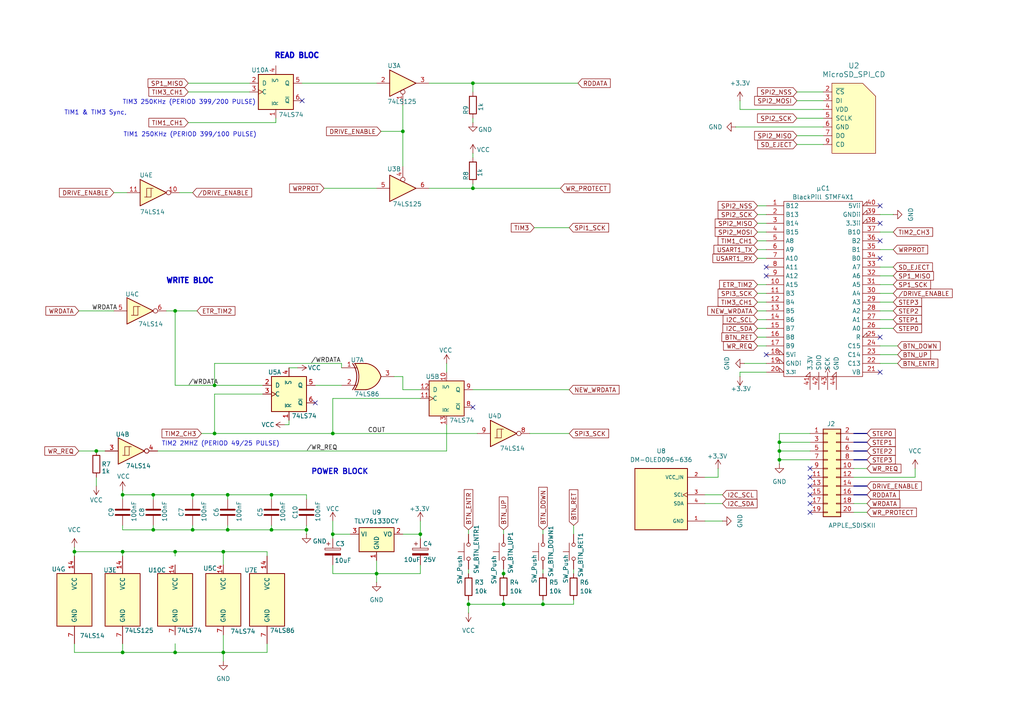
<source format=kicad_sch>
(kicad_sch (version 20231120) (generator "eeschema") (generator_version "8.0")
  (paper "A4")
  (title_block (title "APPLE II DISK EM STM32F411") (rev "19"))
  (lib_symbols
    (symbol "74xx:74LS125" (pin_names (offset 1.016))
      (property "Reference" "U" (at 0 1.27 0))
      (property "Value" "74LS125" (at 0 -1.27 0))
      (symbol "74LS125_1_0"
        (pin input inverted (at 0 -6.35 90) (length 4.445) (name "~") (number "1"))
        (pin input line (at -7.62 0 0) (length 3.81) (name "~") (number "2"))
        (pin tri_state line (at 7.62 0 180) (length 3.81) (name "~") (number "3"))
      )
      (symbol "74LS125_2_0"
        (pin input inverted (at 0 -6.35 90) (length 4.445) (name "~") (number "4"))
        (pin input line (at -7.62 0 0) (length 3.81) (name "~") (number "5"))
        (pin tri_state line (at 7.62 0 180) (length 3.81) (name "~") (number "6"))
      )
      (symbol "74LS125_3_0"
        (pin input inverted (at 0 -6.35 90) (length 4.445) (name "~") (number "10"))
        (pin tri_state line (at 7.62 0 180) (length 3.81) (name "~") (number "8"))
        (pin input line (at -7.62 0 0) (length 3.81) (name "~") (number "9"))
      )
      (symbol "74LS125_4_0"
        (pin tri_state line (at 7.62 0 180) (length 3.81) (name "~") (number "11"))
        (pin input line (at -7.62 0 0) (length 3.81) (name "~") (number "12"))
        (pin input inverted (at 0 -6.35 90) (length 4.445) (name "~") (number "13"))
      )
      (symbol "74LS125_5_0"
        (pin power_in line (at 0 12.7 270) (length 5.08) (name "VCC") (number "14"))
        (pin power_in line (at 0 -12.7 90) (length 5.08) (name "GND") (number "7"))
      )
    )
    (symbol "74xx:74LS14" (pin_names (offset 1.016))
      (property "Reference" "U" (at 0 1.27 0))
      (property "Value" "74LS14" (at 0 -1.27 0))
      (symbol "74LS14_1_0"
        (pin input line (at -7.62 0 0) (length 3.81) (name "~") (number "1"))
        (pin output inverted (at 7.62 0 180) (length 3.81) (name "~") (number "2"))
      )
      (symbol "74LS14_2_0"
        (pin input line (at -7.62 0 0) (length 3.81) (name "~") (number "3"))
        (pin output inverted (at 7.62 0 180) (length 3.81) (name "~") (number "4"))
      )
      (symbol "74LS14_3_0"
        (pin input line (at -7.62 0 0) (length 3.81) (name "~") (number "5"))
        (pin output inverted (at 7.62 0 180) (length 3.81) (name "~") (number "6"))
      )
      (symbol "74LS14_4_0"
        (pin output inverted (at 7.62 0 180) (length 3.81) (name "~") (number "8"))
        (pin input line (at -7.62 0 0) (length 3.81) (name "~") (number "9"))
      )
      (symbol "74LS14_5_0"
        (pin output inverted (at 7.62 0 180) (length 3.81) (name "~") (number "10"))
        (pin input line (at -7.62 0 0) (length 3.81) (name "~") (number "11"))
      )
      (symbol "74LS14_6_0"
        (pin output inverted (at 7.62 0 180) (length 3.81) (name "~") (number "12"))
        (pin input line (at -7.62 0 0) (length 3.81) (name "~") (number "13"))
      )
      (symbol "74LS14_7_0"
        (pin power_in line (at 0 12.7 270) (length 5.08) (name "VCC") (number "14"))
        (pin power_in line (at 0 -12.7 90) (length 5.08) (name "GND") (number "7"))
      )
    )
    (symbol "74xx:74LS74" (pin_names (offset 1.016))
      (property "Reference" "U" (at -7.62 8.89 0))
      (property "Value" "74LS74" (at -7.62 -8.89 0))
      (symbol "74LS74_1_0"
        (pin input line (at 0 -7.62 90) (length 2.54) (name "~{R}") (number "1"))
        (pin input line (at -7.62 2.54 0) (length 2.54) (name "D") (number "2"))
        (pin input clock (at -7.62 0 0) (length 2.54) (name "C") (number "3"))
        (pin input line (at 0 7.62 270) (length 2.54) (name "~{S}") (number "4"))
        (pin output line (at 7.62 2.54 180) (length 2.54) (name "Q") (number "5"))
        (pin output line (at 7.62 -2.54 180) (length 2.54) (name "~{Q}") (number "6"))
      )
      (symbol "74LS74_2_0"
        (pin input line (at 0 7.62 270) (length 2.54) (name "~{S}") (number "10"))
        (pin input clock (at -7.62 0 0) (length 2.54) (name "C") (number "11"))
        (pin input line (at -7.62 2.54 0) (length 2.54) (name "D") (number "12"))
        (pin input line (at 0 -7.62 90) (length 2.54) (name "~{R}") (number "13"))
        (pin output line (at 7.62 -2.54 180) (length 2.54) (name "~{Q}") (number "8"))
        (pin output line (at 7.62 2.54 180) (length 2.54) (name "Q") (number "9"))
      )
      (symbol "74LS74_3_0"
        (pin power_in line (at 0 10.16 270) (length 2.54) (name "VCC") (number "14"))
        (pin power_in line (at 0 -10.16 90) (length 2.54) (name "GND") (number "7"))
      )
    )
    (symbol "74xx:74LS86" (pin_names (offset 1.016))
      (property "Reference" "U" (at 0 1.27 0))
      (property "Value" "74LS86" (at 0 -1.27 0))
      (symbol "74LS86_1_0"
        (pin input line (at -7.62 2.54 0) (length 4.445) (name "~") (number "1"))
        (pin input line (at -7.62 -2.54 0) (length 4.445) (name "~") (number "2"))
        (pin output line (at 7.62 0 180) (length 3.81) (name "~") (number "3"))
      )
      (symbol "74LS86_2_0"
        (pin input line (at -7.62 2.54 0) (length 4.445) (name "~") (number "4"))
        (pin input line (at -7.62 -2.54 0) (length 4.445) (name "~") (number "5"))
        (pin output line (at 7.62 0 180) (length 3.81) (name "~") (number "6"))
      )
      (symbol "74LS86_3_0"
        (pin input line (at -7.62 -2.54 0) (length 4.445) (name "~") (number "10"))
        (pin output line (at 7.62 0 180) (length 3.81) (name "~") (number "8"))
        (pin input line (at -7.62 2.54 0) (length 4.445) (name "~") (number "9"))
      )
      (symbol "74LS86_4_0"
        (pin output line (at 7.62 0 180) (length 3.81) (name "~") (number "11"))
        (pin input line (at -7.62 2.54 0) (length 4.445) (name "~") (number "12"))
        (pin input line (at -7.62 -2.54 0) (length 4.445) (name "~") (number "13"))
      )
      (symbol "74LS86_5_0"
        (pin power_in line (at 0 12.7 270) (length 5.08) (name "VCC") (number "14"))
        (pin power_in line (at 0 -12.7 90) (length 5.08) (name "GND") (number "7"))
      )
    )
    (symbol "Connector_Generic:Conn_02x10_Odd_Even" (pin_names (offset 1.016) hide)
      (property "Reference" "J" (at 1.27 12.7 0))
      (property "Value" "Conn_02x10_Odd_Even" (at 1.27 -15.24 0))
      (symbol "Conn_02x10_Odd_Even_1_1"
        (pin passive line (at -5.08 10.16 0) (length 3.81) (name "Pin_1") (number "1"))
        (pin passive line (at 7.62 0 180) (length 3.81) (name "Pin_10") (number "10"))
        (pin passive line (at -5.08 -2.54 0) (length 3.81) (name "Pin_11") (number "11"))
        (pin passive line (at 7.62 -2.54 180) (length 3.81) (name "Pin_12") (number "12"))
        (pin passive line (at -5.08 -5.08 0) (length 3.81) (name "Pin_13") (number "13"))
        (pin passive line (at 7.62 -5.08 180) (length 3.81) (name "Pin_14") (number "14"))
        (pin passive line (at -5.08 -7.62 0) (length 3.81) (name "Pin_15") (number "15"))
        (pin passive line (at 7.62 -7.62 180) (length 3.81) (name "Pin_16") (number "16"))
        (pin passive line (at -5.08 -10.16 0) (length 3.81) (name "Pin_17") (number "17"))
        (pin passive line (at 7.62 -10.16 180) (length 3.81) (name "Pin_18") (number "18"))
        (pin passive line (at -5.08 -12.7 0) (length 3.81) (name "Pin_19") (number "19"))
        (pin passive line (at 7.62 10.16 180) (length 3.81) (name "Pin_2") (number "2"))
        (pin passive line (at 7.62 -12.7 180) (length 3.81) (name "Pin_20") (number "20"))
        (pin passive line (at -5.08 7.62 0) (length 3.81) (name "Pin_3") (number "3"))
        (pin passive line (at 7.62 7.62 180) (length 3.81) (name "Pin_4") (number "4"))
        (pin passive line (at -5.08 5.08 0) (length 3.81) (name "Pin_5") (number "5"))
        (pin passive line (at 7.62 5.08 180) (length 3.81) (name "Pin_6") (number "6"))
        (pin passive line (at -5.08 2.54 0) (length 3.81) (name "Pin_7") (number "7"))
        (pin passive line (at 7.62 2.54 180) (length 3.81) (name "Pin_8") (number "8"))
        (pin passive line (at -5.08 0 0) (length 3.81) (name "Pin_9") (number "9"))
      )
    )
    (symbol "DM-OLED096-636:DM-OLED096-636" (pin_names (offset 1.016))
      (property "Reference" "U" (at -7.62 10.922 0))
      (property "Value" "DM-OLED096-636" (at -7.62 -10.16 0))
      (symbol "DM-OLED096-636_0_0"
        (pin power_in line (at 12.7 -5.08 180) (length 5.08) (name "GND") (number "1"))
        (pin power_in line (at 12.7 7.62 180) (length 5.08) (name "VCC_IN") (number "2"))
        (pin input clock (at 12.7 2.54 180) (length 5.08) (name "SCL") (number "3"))
        (pin bidirectional line (at 12.7 0 180) (length 5.08) (name "SDA") (number "4"))
      )
    )
    (symbol "Device:C" (pin_numbers hide) (pin_names (offset 0.254))
      (property "Reference" "C" (at 0.635 2.54 0))
      (property "Value" "C" (at 0.635 -2.54 0))
      (symbol "C_1_1"
        (pin passive line (at 0 3.81 270) (length 2.794) (name "~") (number "1"))
        (pin passive line (at 0 -3.81 90) (length 2.794) (name "~") (number "2"))
      )
    )
    (symbol "Device:C_Polarized" (pin_numbers hide) (pin_names (offset 0.254))
      (property "Reference" "C" (at 0.635 2.54 0))
      (property "Value" "C_Polarized" (at 0.635 -2.54 0))
      (symbol "C_Polarized_1_1"
        (pin passive line (at 0 3.81 270) (length 2.794) (name "~") (number "1"))
        (pin passive line (at 0 -3.81 90) (length 2.794) (name "~") (number "2"))
      )
    )
    (symbol "Device:R" (pin_numbers hide) (pin_names (offset 0))
      (property "Reference" "R" (at 2.032 0 90))
      (property "Value" "R" (at 0 0 90))
      (symbol "R_1_1"
        (pin passive line (at 0 3.81 270) (length 1.27) (name "~") (number "1"))
        (pin passive line (at 0 -3.81 90) (length 1.27) (name "~") (number "2"))
      )
    )
    (symbol "Regulator_Linear:TLV76133DCY"
      (property "Reference" "U" (at -7.62 6.35 0))
      (property "Value" "TLV76133DCY" (at -1.27 6.35 0))
      (symbol "TLV76133DCY_1_1"
        (pin power_in line (at 0 -7.62 90) (length 2.54) (name "GND") (number "1"))
        (pin power_out line (at 7.62 0 180) (length 2.54) (name "VO") (number "2"))
        (pin power_in line (at -7.62 0 0) (length 2.54) (name "VI") (number "3"))
      )
    )
    (symbol "Switch:SW_Push" (pin_numbers hide) (pin_names (offset 1.016) hide)
      (property "Reference" "SW" (at 1.27 2.54 0))
      (property "Value" "SW_Push" (at 0 -1.524 0))
      (symbol "SW_Push_0_1"
        (pin passive line (at -5.08 0 0) (length 2.54) (name "1") (number "1"))
        (pin passive line (at 5.08 0 180) (length 2.54) (name "2") (number "2"))
      )
    )
    (symbol "microsd_spi_cd:MicroSD_SPI_CD" (pin_names (offset 1.016))
      (property "Reference" "U" (at 0 11.43 0))
      (property "Value" "MicroSD_SPI_CD" (at -1.27 0 90))
      (symbol "MicroSD_SPI_CD_1_1"
        (pin input line (at 8.89 7.62 180) (length 2.54) (name "~{CS}") (number "2"))
        (pin input line (at 8.89 5.08 180) (length 2.54) (name "DI") (number "3"))
        (pin input line (at 8.89 2.54 180) (length 2.54) (name "VDD") (number "4"))
        (pin input line (at 8.89 0 180) (length 2.54) (name "SCLK") (number "5"))
        (pin input line (at 8.89 -2.54 180) (length 2.54) (name "GND") (number "6"))
        (pin input line (at 8.89 -5.08 180) (length 2.54) (name "DO") (number "7"))
        (pin input line (at 8.89 -7.62 180) (length 2.54) (name "CD") (number "9"))
      )
    )
    (symbol "muControllers_other:BlackPill"
      (property "Reference" "μC1" (at 0 29.21 0))
      (property "Value" "BlackPill STMF4X1" (at 0 26.67 0))
      (symbol "BlackPill_1_1"
        (pin bidirectional line (at -16.51 24.13 0) (length 5.08) (name "B12") (number "1"))
        (pin bidirectional line (at -16.51 1.27 0) (length 5.08) (name "A15") (number "10"))
        (pin bidirectional line (at -16.51 -1.27 0) (length 5.08) (name "B3") (number "11"))
        (pin bidirectional line (at -16.51 -3.81 0) (length 5.08) (name "B4") (number "12"))
        (pin bidirectional line (at -16.51 -6.35 0) (length 5.08) (name "B5") (number "13"))
        (pin bidirectional line (at -16.51 -8.89 0) (length 5.08) (name "B6") (number "14"))
        (pin bidirectional line (at -16.51 -11.43 0) (length 5.08) (name "B7") (number "15"))
        (pin bidirectional line (at -16.51 -13.97 0) (length 5.08) (name "B8") (number "16"))
        (pin bidirectional line (at -16.51 -16.51 0) (length 5.08) (name "B9") (number "17"))
        (pin power_in input_low (at -16.51 -19.05 0) (length 5.08) (name "5Vi") (number "18"))
        (pin power_in input_low (at -16.51 -21.59 0) (length 5.08) (name "GNDi") (number "19"))
        (pin bidirectional line (at -16.51 21.59 0) (length 5.08) (name "B13") (number "2"))
        (pin power_in input_low (at -16.51 -24.13 0) (length 5.08) (name "3.3i") (number "20"))
        (pin bidirectional line (at 16.51 -24.13 180) (length 5.08) (name "VB") (number "21"))
        (pin bidirectional line (at 16.51 -21.59 180) (length 5.08) (name "C13") (number "22"))
        (pin bidirectional line (at 16.51 -19.05 180) (length 5.08) (name "C14") (number "23"))
        (pin bidirectional line (at 16.51 -16.51 180) (length 5.08) (name "C15") (number "24"))
        (pin input input_low (at 16.51 -13.97 180) (length 5.08) (name "R") (number "25"))
        (pin bidirectional line (at 16.51 -11.43 180) (length 5.08) (name "A0") (number "26"))
        (pin bidirectional line (at 16.51 -8.89 180) (length 5.08) (name "A1") (number "27"))
        (pin bidirectional line (at 16.51 -6.35 180) (length 5.08) (name "A2") (number "28"))
        (pin bidirectional line (at 16.51 -3.81 180) (length 5.08) (name "A3") (number "29"))
        (pin bidirectional line (at -16.51 19.05 0) (length 5.08) (name "B14") (number "3"))
        (pin bidirectional line (at 16.51 -1.27 180) (length 5.08) (name "A4") (number "30"))
        (pin bidirectional line (at 16.51 1.27 180) (length 5.08) (name "A5") (number "31"))
        (pin bidirectional line (at 16.51 3.81 180) (length 5.08) (name "A6") (number "32"))
        (pin bidirectional line (at 16.51 6.35 180) (length 5.08) (name "A7") (number "33"))
        (pin bidirectional line (at 16.51 8.89 180) (length 5.08) (name "B0") (number "34"))
        (pin bidirectional line (at 16.51 11.43 180) (length 5.08) (name "B1") (number "35"))
        (pin bidirectional line (at 16.51 13.97 180) (length 5.08) (name "B2") (number "36"))
        (pin bidirectional line (at 16.51 16.51 180) (length 5.08) (name "B10") (number "37"))
        (pin power_in input_low (at 16.51 19.05 180) (length 5.08) (name "3.3ii") (number "38"))
        (pin power_in input_low (at 16.51 21.59 180) (length 5.08) (name "GNDii") (number "39"))
        (pin bidirectional line (at -16.51 16.51 0) (length 5.08) (name "B15") (number "4"))
        (pin power_in input_low (at 16.51 24.13 180) (length 5.08) (name "5Vii") (number "40"))
        (pin power_in input_low (at -3.81 -29.21 90) (length 5.08) (name "3.3V") (number "41"))
        (pin bidirectional line (at -1.27 -29.21 90) (length 5.08) (name "SDIO") (number "42"))
        (pin bidirectional clock (at 1.27 -29.21 90) (length 5.08) (name "SCK") (number "43"))
        (pin power_in input_low (at 3.81 -29.21 90) (length 5.08) (name "GND") (number "44"))
        (pin bidirectional line (at -16.51 13.97 0) (length 5.08) (name "A8") (number "5"))
        (pin bidirectional line (at -16.51 11.43 0) (length 5.08) (name "A9") (number "6"))
        (pin bidirectional line (at -16.51 8.89 0) (length 5.08) (name "A10") (number "7"))
        (pin bidirectional line (at -16.51 6.35 0) (length 5.08) (name "A11") (number "8"))
        (pin bidirectional line (at -16.51 3.81 0) (length 5.08) (name "A12") (number "9"))
      )
    )
    (symbol "power:+3.3V" (power) (pin_numbers hide) (pin_names (offset 0) hide)
      (property "Value" "+3.3V" (at 0 3.556 0))
      (symbol "+3.3V_1_1"
        (pin power_in line (at 0 0 90) (length 0) (name "~") (number "1"))
      )
    )
    (symbol "power:GND" (power) (pin_numbers hide) (pin_names (offset 0) hide)
      (property "Value" "GND" (at 0 -3.81 0))
      (symbol "GND_1_1"
        (pin power_in line (at 0 0 270) (length 0) (name "~") (number "1"))
      )
    )
    (symbol "power:VCC" (power) (pin_numbers hide) (pin_names (offset 0) hide)
      (property "Value" "VCC" (at 0 3.556 0))
      (symbol "VCC_1_1"
        (pin power_in line (at 0 0 90) (length 0) (name "~") (number "1"))
      )
    )
  )
  (junction (at 66.04 143.51))
  (junction (at 44.45 153.67))
  (junction (at 109.22 166.37))
  (junction (at 62.23 125.73))
  (junction (at 96.52 125.73))
  (junction (at 35.56 160.02))
  (junction (at 55.88 153.67))
  (junction (at 62.23 111.76))
  (junction (at 35.56 143.51))
  (junction (at 55.88 143.51))
  (junction (at 44.45 143.51))
  (junction (at 137.16 24.13))
  (junction (at 50.8 189.23))
  (junction (at 137.16 54.61))
  (junction (at 66.04 153.67))
  (junction (at 226.06 130.81))
  (junction (at 50.8 160.02))
  (junction (at 64.77 189.23))
  (junction (at 146.05 175.26))
  (junction (at 50.8 90.17))
  (junction (at 157.48 175.26))
  (junction (at 135.89 175.26))
  (junction (at 21.59 160.02))
  (junction (at 146.05 166.37))
  (junction (at 121.92 154.94))
  (junction (at 35.56 189.23))
  (junction (at 78.74 143.51))
  (junction (at 116.84 38.1))
  (junction (at 27.94 130.81))
  (junction (at 64.77 160.02))
  (junction (at 226.06 128.27))
  (junction (at 78.74 153.67))
  (junction (at 88.9 153.67))
  (junction (at 96.52 154.94))
  (junction (at 226.06 133.35))
  (no_connect (at 234.95 148.59))
  (no_connect (at 234.95 146.05))
  (no_connect (at 222.25 102.87))
  (no_connect (at 234.95 140.97))
  (no_connect (at 87.63 29.21))
  (no_connect (at 255.27 59.69))
  (no_connect (at 222.25 80.01))
  (no_connect (at 137.16 118.11))
  (no_connect (at 234.95 143.51))
  (no_connect (at 91.44 116.84))
  (no_connect (at 222.25 77.47))
  (no_connect (at 255.27 69.85))
  (no_connect (at 255.27 107.95))
  (no_connect (at 255.27 74.93))
  (no_connect (at 255.27 97.79))
  (no_connect (at 234.95 138.43))
  (no_connect (at 234.95 135.89))
  (no_connect (at 255.27 64.77))
  (wire (pts (xy 35.56 152.4) (xy 35.56 153.67)))
  (wire (pts (xy 35.56 186.69) (xy 35.56 189.23)))
  (wire (pts (xy 219.71 69.85) (xy 222.25 69.85)))
  (wire (pts (xy 109.22 162.56) (xy 109.22 166.37)))
  (wire (pts (xy 135.89 153.67) (xy 135.89 154.94)))
  (wire (pts (xy 124.46 54.61) (xy 137.16 54.61)))
  (wire (pts (xy 157.48 153.67) (xy 157.48 154.94)))
  (wire (pts (xy 116.84 113.03) (xy 116.84 109.22)))
  (wire (pts (xy 204.47 151.13) (xy 209.55 151.13)))
  (wire (pts (xy 129.54 123.19) (xy 129.54 130.81)))
  (wire (pts (xy 62.23 125.73) (xy 96.52 125.73)))
  (wire (pts (xy 88.9 143.51) (xy 78.74 143.51)))
  (wire (pts (xy 137.16 113.03) (xy 165.1 113.03)))
  (wire (pts (xy 50.8 161.29) (xy 50.8 160.02)))
  (wire (pts (xy 255.27 72.39) (xy 259.08 72.39)))
  (wire (pts (xy 219.71 85.09) (xy 222.25 85.09)))
  (wire (pts (xy 116.84 109.22) (xy 114.3 109.22)))
  (wire (pts (xy 96.52 166.37) (xy 109.22 166.37)))
  (wire (pts (xy 52.07 55.88) (xy 55.88 55.88)))
  (wire (pts (xy 64.77 160.02) (xy 77.47 160.02)))
  (wire (pts (xy 166.37 165.1) (xy 166.37 166.37)))
  (wire (pts (xy 226.06 133.35) (xy 226.06 134.62)))
  (wire (pts (xy 35.56 161.29) (xy 35.56 160.02)))
  (wire (pts (xy 50.8 111.76) (xy 62.23 111.76)))
  (wire (pts (xy 137.16 44.45) (xy 137.16 45.72)))
  (wire (pts (xy 153.67 125.73) (xy 165.1 125.73)))
  (wire (pts (xy 96.52 125.73) (xy 138.43 125.73)))
  (wire (pts (xy 247.65 138.43) (xy 265.43 138.43)))
  (wire (pts (xy 116.84 154.94) (xy 121.92 154.94)))
  (wire (pts (xy 77.47 161.29) (xy 77.47 160.02)))
  (wire (pts (xy 116.84 38.1) (xy 116.84 48.26)))
  (wire (pts (xy 55.88 144.78) (xy 55.88 143.51)))
  (wire (pts (xy 21.59 158.75) (xy 21.59 160.02)))
  (wire (pts (xy 213.36 36.83) (xy 238.76 36.83)))
  (wire (pts (xy 137.16 24.13) (xy 137.16 26.67)))
  (wire (pts (xy 96.52 163.83) (xy 96.52 166.37)))
  (wire (pts (xy 226.06 128.27) (xy 234.95 128.27)))
  (wire (pts (xy 35.56 189.23) (xy 50.8 189.23)))
  (wire (pts (xy 110.49 38.1) (xy 116.84 38.1)))
  (wire (pts (xy 35.56 143.51) (xy 35.56 144.78)))
  (wire (pts (xy 226.06 130.81) (xy 226.06 133.35)))
  (wire (pts (xy 109.22 166.37) (xy 109.22 168.91)))
  (wire (pts (xy 137.16 54.61) (xy 162.56 54.61)))
  (wire (pts (xy 121.92 115.57) (xy 96.52 115.57)))
  (wire (pts (xy 137.16 34.29) (xy 137.16 35.56)))
  (wire (pts (xy 55.88 152.4) (xy 55.88 153.67)))
  (wire (pts (xy 116.84 113.03) (xy 121.92 113.03)))
  (wire (pts (xy 146.05 165.1) (xy 146.05 166.37)))
  (wire (pts (xy 137.16 53.34) (xy 137.16 54.61)))
  (wire (pts (xy 22.86 130.81) (xy 27.94 130.81)))
  (wire (pts (xy 64.77 189.23) (xy 64.77 191.77)))
  (wire (pts (xy 226.06 128.27) (xy 226.06 130.81)))
  (bus (pts (xy 247.65 128.27) (xy 251.46 128.27)))
  (wire (pts (xy 77.47 186.69) (xy 77.47 189.23)))
  (wire (pts (xy 83.82 123.19) (xy 83.82 121.92)))
  (wire (pts (xy 157.48 175.26) (xy 166.37 175.26)))
  (bus (pts (xy 247.65 130.81) (xy 251.46 130.81)))
  (wire (pts (xy 219.71 95.25) (xy 222.25 95.25)))
  (wire (pts (xy 54.61 35.56) (xy 80.01 35.56)))
  (bus (pts (xy 247.65 143.51) (xy 251.46 143.51)))
  (wire (pts (xy 21.59 161.29) (xy 21.59 160.02)))
  (wire (pts (xy 50.8 90.17) (xy 57.15 90.17)))
  (wire (pts (xy 255.27 102.87) (xy 260.35 102.87)))
  (wire (pts (xy 35.56 142.24) (xy 35.56 143.51)))
  (wire (pts (xy 231.14 29.21) (xy 238.76 29.21)))
  (wire (pts (xy 66.04 153.67) (xy 78.74 153.67)))
  (wire (pts (xy 234.95 125.73) (xy 226.06 125.73)))
  (wire (pts (xy 255.27 85.09) (xy 259.08 85.09)))
  (wire (pts (xy 208.28 138.43) (xy 208.28 135.89)))
  (wire (pts (xy 214.63 29.21) (xy 214.63 31.75)))
  (wire (pts (xy 219.71 64.77) (xy 222.25 64.77)))
  (wire (pts (xy 219.71 90.17) (xy 222.25 90.17)))
  (wire (pts (xy 255.27 82.55) (xy 259.08 82.55)))
  (wire (pts (xy 121.92 151.13) (xy 121.92 154.94)))
  (wire (pts (xy 66.04 144.78) (xy 66.04 143.51)))
  (wire (pts (xy 35.56 153.67) (xy 44.45 153.67)))
  (wire (pts (xy 146.05 167.64) (xy 146.05 166.37)))
  (wire (pts (xy 78.74 144.78) (xy 78.74 143.51)))
  (wire (pts (xy 219.71 100.33) (xy 222.25 100.33)))
  (wire (pts (xy 27.94 138.43) (xy 27.94 140.97)))
  (wire (pts (xy 54.61 26.67) (xy 72.39 26.67)))
  (wire (pts (xy 62.23 105.41) (xy 62.23 111.76)))
  (wire (pts (xy 91.44 111.76) (xy 99.06 111.76)))
  (wire (pts (xy 121.92 163.83) (xy 121.92 166.37)))
  (wire (pts (xy 80.01 35.56) (xy 80.01 34.29)))
  (wire (pts (xy 146.05 153.67) (xy 146.05 154.94)))
  (wire (pts (xy 255.27 90.17) (xy 259.08 90.17)))
  (wire (pts (xy 78.74 152.4) (xy 78.74 153.67)))
  (wire (pts (xy 88.9 144.78) (xy 88.9 143.51)))
  (wire (pts (xy 62.23 114.3) (xy 62.23 125.73)))
  (bus (pts (xy 247.65 140.97) (xy 251.46 140.97)))
  (wire (pts (xy 146.05 175.26) (xy 135.89 175.26)))
  (wire (pts (xy 96.52 154.94) (xy 96.52 156.21)))
  (wire (pts (xy 226.06 130.81) (xy 234.95 130.81)))
  (wire (pts (xy 219.71 59.69) (xy 222.25 59.69)))
  (wire (pts (xy 146.05 173.99) (xy 146.05 175.26)))
  (wire (pts (xy 247.65 135.89) (xy 251.46 135.89)))
  (wire (pts (xy 50.8 160.02) (xy 35.56 160.02)))
  (wire (pts (xy 64.77 163.83) (xy 64.77 160.02)))
  (wire (pts (xy 166.37 152.4) (xy 166.37 154.94)))
  (wire (pts (xy 64.77 184.15) (xy 64.77 189.23)))
  (wire (pts (xy 204.47 143.51) (xy 209.55 143.51)))
  (wire (pts (xy 255.27 77.47) (xy 259.08 77.47)))
  (wire (pts (xy 219.71 82.55) (xy 222.25 82.55)))
  (wire (pts (xy 22.86 90.17) (xy 33.02 90.17)))
  (wire (pts (xy 255.27 100.33) (xy 260.35 100.33)))
  (wire (pts (xy 121.92 166.37) (xy 109.22 166.37)))
  (wire (pts (xy 66.04 152.4) (xy 66.04 153.67)))
  (wire (pts (xy 88.9 153.67) (xy 88.9 154.94)))
  (wire (pts (xy 45.72 130.81) (xy 129.54 130.81)))
  (wire (pts (xy 99.06 105.41) (xy 99.06 106.68)))
  (wire (pts (xy 137.16 24.13) (xy 167.64 24.13)))
  (wire (pts (xy 265.43 135.89) (xy 265.43 138.43)))
  (wire (pts (xy 116.84 38.1) (xy 116.84 30.48)))
  (wire (pts (xy 88.9 152.4) (xy 88.9 153.67)))
  (wire (pts (xy 166.37 173.99) (xy 166.37 175.26)))
  (wire (pts (xy 96.52 151.13) (xy 96.52 154.94)))
  (wire (pts (xy 21.59 160.02) (xy 35.56 160.02)))
  (wire (pts (xy 214.63 31.75) (xy 238.76 31.75)))
  (wire (pts (xy 33.02 55.88) (xy 36.83 55.88)))
  (wire (pts (xy 101.6 154.94) (xy 96.52 154.94)))
  (wire (pts (xy 215.9 105.41) (xy 222.25 105.41)))
  (wire (pts (xy 62.23 105.41) (xy 99.06 105.41)))
  (wire (pts (xy 50.8 160.02) (xy 64.77 160.02)))
  (wire (pts (xy 62.23 111.76) (xy 76.2 111.76)))
  (wire (pts (xy 214.63 107.95) (xy 222.25 107.95)))
  (wire (pts (xy 219.71 97.79) (xy 222.25 97.79)))
  (wire (pts (xy 50.8 90.17) (xy 50.8 111.76)))
  (bus (pts (xy 247.65 133.35) (xy 251.46 133.35)))
  (wire (pts (xy 146.05 175.26) (xy 157.48 175.26)))
  (wire (pts (xy 247.65 148.59) (xy 251.46 148.59)))
  (wire (pts (xy 231.14 39.37) (xy 238.76 39.37)))
  (wire (pts (xy 55.88 153.67) (xy 66.04 153.67)))
  (wire (pts (xy 50.8 90.17) (xy 48.26 90.17)))
  (wire (pts (xy 54.61 24.13) (xy 72.39 24.13)))
  (wire (pts (xy 157.48 173.99) (xy 157.48 175.26)))
  (wire (pts (xy 226.06 133.35) (xy 234.95 133.35)))
  (wire (pts (xy 157.48 165.1) (xy 157.48 166.37)))
  (wire (pts (xy 255.27 95.25) (xy 259.08 95.25)))
  (wire (pts (xy 44.45 144.78) (xy 44.45 143.51)))
  (wire (pts (xy 129.54 105.41) (xy 129.54 107.95)))
  (wire (pts (xy 135.89 175.26) (xy 135.89 177.8)))
  (wire (pts (xy 58.42 125.73) (xy 62.23 125.73)))
  (wire (pts (xy 82.55 123.19) (xy 83.82 123.19)))
  (wire (pts (xy 204.47 138.43) (xy 208.28 138.43)))
  (wire (pts (xy 255.27 67.31) (xy 259.08 67.31)))
  (wire (pts (xy 77.47 189.23) (xy 64.77 189.23)))
  (wire (pts (xy 93.98 54.61) (xy 109.22 54.61)))
  (wire (pts (xy 255.27 62.23) (xy 259.08 62.23)))
  (wire (pts (xy 62.23 114.3) (xy 76.2 114.3)))
  (wire (pts (xy 204.47 146.05) (xy 209.55 146.05)))
  (wire (pts (xy 219.71 74.93) (xy 222.25 74.93)))
  (wire (pts (xy 219.71 92.71) (xy 222.25 92.71)))
  (wire (pts (xy 50.8 189.23) (xy 64.77 189.23)))
  (wire (pts (xy 219.71 62.23) (xy 222.25 62.23)))
  (wire (pts (xy 255.27 80.01) (xy 259.08 80.01)))
  (wire (pts (xy 44.45 153.67) (xy 55.88 153.67)))
  (wire (pts (xy 83.82 106.68) (xy 86.36 106.68)))
  (wire (pts (xy 231.14 26.67) (xy 238.76 26.67)))
  (wire (pts (xy 50.8 186.69) (xy 50.8 189.23)))
  (bus (pts (xy 247.65 125.73) (xy 251.46 125.73)))
  (wire (pts (xy 214.63 109.22) (xy 214.63 107.95)))
  (wire (pts (xy 44.45 152.4) (xy 44.45 153.67)))
  (wire (pts (xy 87.63 24.13) (xy 109.22 24.13)))
  (wire (pts (xy 219.71 87.63) (xy 222.25 87.63)))
  (wire (pts (xy 96.52 115.57) (xy 96.52 125.73)))
  (wire (pts (xy 219.71 67.31) (xy 222.25 67.31)))
  (wire (pts (xy 135.89 173.99) (xy 135.89 175.26)))
  (wire (pts (xy 135.89 165.1) (xy 135.89 166.37)))
  (wire (pts (xy 247.65 146.05) (xy 251.46 146.05)))
  (wire (pts (xy 44.45 143.51) (xy 35.56 143.51)))
  (wire (pts (xy 66.04 143.51) (xy 55.88 143.51)))
  (wire (pts (xy 154.94 66.04) (xy 165.1 66.04)))
  (wire (pts (xy 226.06 125.73) (xy 226.06 128.27)))
  (wire (pts (xy 88.9 153.67) (xy 78.74 153.67)))
  (wire (pts (xy 55.88 143.51) (xy 44.45 143.51)))
  (wire (pts (xy 121.92 154.94) (xy 121.92 156.21)))
  (wire (pts (xy 255.27 92.71) (xy 259.08 92.71)))
  (wire (pts (xy 124.46 24.13) (xy 137.16 24.13)))
  (wire (pts (xy 21.59 186.69) (xy 21.59 189.23)))
  (wire (pts (xy 231.14 34.29) (xy 238.76 34.29)))
  (wire (pts (xy 27.94 130.81) (xy 30.48 130.81)))
  (wire (pts (xy 231.14 41.91) (xy 238.76 41.91)))
  (wire (pts (xy 255.27 87.63) (xy 259.08 87.63)))
  (wire (pts (xy 21.59 189.23) (xy 35.56 189.23)))
  (wire (pts (xy 219.71 72.39) (xy 222.25 72.39)))
  (wire (pts (xy 255.27 105.41) (xy 260.35 105.41)))
  (wire (pts (xy 78.74 143.51) (xy 66.04 143.51)))
  (text "TIM1 & TIM3 Sync," (at 27.686 32.766 0) (effects (font (size 1.27 1.27))))
  (text "READ BLOC\n" (at 86.106 16.256 0) (effects (font (size 1.524 1.524) (thickness 0.508) (bold yes))))
  (text "TIM1 250KHz (PERIOD 399/100 PULSE)" (at 55.118 39.116 0) (effects (font (size 1.27 1.27))))
  (text "WRITE BLOC\n" (at 55.118 81.534 0) (effects (font (size 1.524 1.524) (thickness 0.508) (bold yes))))
  (text "POWER BLOCK" (at 98.552 136.906 0) (effects (font (size 1.524 1.524) (thickness 0.3048) (bold yes))))
  (text "TIM3 250KHz (PERIOD 399/200 PULSE)" (at 54.864 29.718 0) (effects (font (size 1.27 1.27))))
  (text "TIM2 2MHZ (PERIOD 49/25 PULSE)" (at 64.008 128.778 0) (effects (font (size 1.27 1.27))))
  (label "WRDATA" (at 26.67 90.17 0))
  (label "{slash}WRDATA" (at 54.61 111.76 0))
  (label "{slash}WR_REQ" (at 88.9 130.81 0))
  (label "{slash}WRDATA" (at 90.17 105.41 0))
  (label "COUT" (at 106.68 125.73 0))
  (global_label "USART1_RX" (shape input) (at 219.71 74.93 180) (property "Intersheetrefs" "${INTERSHEET_REFS}" (effects (hide yes))))
  (global_label "STEP3" (shape input) (at 251.46 133.35 0) (property "Intersheetrefs" "${INTERSHEET_REFS}" (effects (hide yes))))
  (global_label "TIM3_CH1" (shape input) (at 54.61 26.67 180) (property "Intersheetrefs" "${INTERSHEET_REFS}" (effects (hide yes))))
  (global_label "SPI2_SCK" (shape input) (at 219.71 62.23 180) (property "Intersheetrefs" "${INTERSHEET_REFS}" (effects (hide yes))))
  (global_label "WR_REQ" (shape input) (at 22.86 130.81 180) (property "Intersheetrefs" "${INTERSHEET_REFS}" (effects (hide yes))))
  (global_label "STEP0" (shape input) (at 251.46 125.73 0) (property "Intersheetrefs" "${INTERSHEET_REFS}" (effects (hide yes))))
  (global_label "NEW_WRDATA" (shape input) (at 165.1 113.03 0) (property "Intersheetrefs" "${INTERSHEET_REFS}" (effects (hide yes))))
  (global_label "WRPROT" (shape input) (at 93.98 54.61 180) (property "Intersheetrefs" "${INTERSHEET_REFS}" (effects (hide yes))))
  (global_label "NEW_WRDATA" (shape input) (at 219.71 90.17 180) (property "Intersheetrefs" "${INTERSHEET_REFS}" (effects (hide yes))))
  (global_label "I2C_SCL" (shape input) (at 219.71 92.71 180) (property "Intersheetrefs" "${INTERSHEET_REFS}" (effects (hide yes))))
  (global_label "BTN_RET" (shape input) (at 219.71 97.79 180) (property "Intersheetrefs" "${INTERSHEET_REFS}" (effects (hide yes))))
  (global_label "STEP2" (shape input) (at 251.46 130.81 0) (property "Intersheetrefs" "${INTERSHEET_REFS}" (effects (hide yes))))
  (global_label "STEP1" (shape input) (at 259.08 92.71 0) (property "Intersheetrefs" "${INTERSHEET_REFS}" (effects (hide yes))))
  (global_label "SPI2_NSS" (shape input) (at 219.71 59.69 180) (property "Intersheetrefs" "${INTERSHEET_REFS}" (effects (hide yes))))
  (global_label "{slash}DRIVE_ENABLE" (shape input) (at 259.08 85.09 0) (property "Intersheetrefs" "${INTERSHEET_REFS}" (effects (hide yes))))
  (global_label "TIM3_CH1" (shape input) (at 219.71 87.63 180) (property "Intersheetrefs" "${INTERSHEET_REFS}" (effects (hide yes))))
  (global_label "TIM3" (shape input) (at 154.94 66.04 180) (property "Intersheetrefs" "${INTERSHEET_REFS}" (effects (hide yes))))
  (global_label "BTN_UP" (shape input) (at 146.05 153.67 90) (property "Intersheetrefs" "${INTERSHEET_REFS}" (effects (hide yes))))
  (global_label "WRDATA" (shape input) (at 22.86 90.17 180) (property "Intersheetrefs" "${INTERSHEET_REFS}" (effects (hide yes))))
  (global_label "SD_EJECT" (shape input) (at 231.14 41.91 180) (property "Intersheetrefs" "${INTERSHEET_REFS}" (effects (hide yes))))
  (global_label "USART1_TX" (shape input) (at 219.71 72.39 180) (property "Intersheetrefs" "${INTERSHEET_REFS}" (effects (hide yes))))
  (global_label "STEP0" (shape input) (at 259.08 95.25 0) (property "Intersheetrefs" "${INTERSHEET_REFS}" (effects (hide yes))))
  (global_label "BTN_DOWN" (shape input) (at 260.35 100.33 0) (property "Intersheetrefs" "${INTERSHEET_REFS}" (effects (hide yes))))
  (global_label "WRDATA" (shape input) (at 251.46 146.05 0) (property "Intersheetrefs" "${INTERSHEET_REFS}" (effects (hide yes))))
  (global_label "I2C_SDA" (shape input) (at 219.71 95.25 180) (property "Intersheetrefs" "${INTERSHEET_REFS}" (effects (hide yes))))
  (global_label "RDDATA" (shape input) (at 251.46 143.51 0) (property "Intersheetrefs" "${INTERSHEET_REFS}" (effects (hide yes))))
  (global_label "SPI2_MOSI" (shape input) (at 219.71 67.31 180) (property "Intersheetrefs" "${INTERSHEET_REFS}" (effects (hide yes))))
  (global_label "{slash}DRIVE_ENABLE" (shape input) (at 55.88 55.88 0) (property "Intersheetrefs" "${INTERSHEET_REFS}" (effects (hide yes))))
  (global_label "WR_REQ" (shape input) (at 251.46 135.89 0) (property "Intersheetrefs" "${INTERSHEET_REFS}" (effects (hide yes))))
  (global_label "SP1_SCK" (shape input) (at 259.08 82.55 0) (property "Intersheetrefs" "${INTERSHEET_REFS}" (effects (hide yes))))
  (global_label "SPI2_SCK" (shape input) (at 231.14 34.29 180) (property "Intersheetrefs" "${INTERSHEET_REFS}" (effects (hide yes))))
  (global_label "SPI1_SCK" (shape input) (at 165.1 66.04 0) (property "Intersheetrefs" "${INTERSHEET_REFS}" (effects (hide yes))))
  (global_label "SPI2_MOSI" (shape input) (at 231.14 29.21 180) (property "Intersheetrefs" "${INTERSHEET_REFS}" (effects (hide yes))))
  (global_label "WR_PROTECT" (shape input) (at 251.46 148.59 0) (property "Intersheetrefs" "${INTERSHEET_REFS}" (effects (hide yes))))
  (global_label "SP1_MISO" (shape input) (at 259.08 80.01 0) (property "Intersheetrefs" "${INTERSHEET_REFS}" (effects (hide yes))))
  (global_label "STEP2" (shape input) (at 259.08 90.17 0) (property "Intersheetrefs" "${INTERSHEET_REFS}" (effects (hide yes))))
  (global_label "WRPROT" (shape input) (at 259.08 72.39 0) (property "Intersheetrefs" "${INTERSHEET_REFS}" (effects (hide yes))))
  (global_label "SPI2_MISO" (shape input) (at 231.14 39.37 180) (property "Intersheetrefs" "${INTERSHEET_REFS}" (effects (hide yes))))
  (global_label "SP1_MISO" (shape input) (at 54.61 24.13 180) (property "Intersheetrefs" "${INTERSHEET_REFS}" (effects (hide yes))))
  (global_label "BTN_UP" (shape input) (at 260.35 102.87 0) (property "Intersheetrefs" "${INTERSHEET_REFS}" (effects (hide yes))))
  (global_label "SPI2_MISO" (shape input) (at 219.71 64.77 180) (property "Intersheetrefs" "${INTERSHEET_REFS}" (effects (hide yes))))
  (global_label "BTN_ENTR" (shape input) (at 260.35 105.41 0) (property "Intersheetrefs" "${INTERSHEET_REFS}" (effects (hide yes))))
  (global_label "STEP3" (shape input) (at 259.08 87.63 0) (property "Intersheetrefs" "${INTERSHEET_REFS}" (effects (hide yes))))
  (global_label "TIM2_CH3" (shape input) (at 58.42 125.73 180) (property "Intersheetrefs" "${INTERSHEET_REFS}" (effects (hide yes))))
  (global_label "DRIVE_ENABLE" (shape input) (at 110.49 38.1 180) (property "Intersheetrefs" "${INTERSHEET_REFS}" (effects (hide yes))))
  (global_label "SD_EJECT" (shape input) (at 259.08 77.47 0) (property "Intersheetrefs" "${INTERSHEET_REFS}" (effects (hide yes))))
  (global_label "DRIVE_ENABLE" (shape input) (at 33.02 55.88 180) (property "Intersheetrefs" "${INTERSHEET_REFS}" (effects (hide yes))))
  (global_label "SPI3_SCK" (shape input) (at 219.71 85.09 180) (property "Intersheetrefs" "${INTERSHEET_REFS}" (effects (hide yes))))
  (global_label "ETR_TIM2" (shape input) (at 219.71 82.55 180) (property "Intersheetrefs" "${INTERSHEET_REFS}" (effects (hide yes))))
  (global_label "SPI3_SCK" (shape input) (at 165.1 125.73 0) (property "Intersheetrefs" "${INTERSHEET_REFS}" (effects (hide yes))))
  (global_label "TIM1_CH1" (shape input) (at 219.71 69.85 180) (property "Intersheetrefs" "${INTERSHEET_REFS}" (effects (hide yes))))
  (global_label "I2C_SCL" (shape input) (at 209.55 143.51 0) (property "Intersheetrefs" "${INTERSHEET_REFS}" (effects (hide yes))))
  (global_label "TIM1_CH1" (shape input) (at 54.61 35.56 180) (property "Intersheetrefs" "${INTERSHEET_REFS}" (effects (hide yes))))
  (global_label "WR_PROTECT" (shape input) (at 162.56 54.61 0) (property "Intersheetrefs" "${INTERSHEET_REFS}" (effects (hide yes))))
  (global_label "BTN_ENTR" (shape input) (at 135.89 153.67 90) (property "Intersheetrefs" "${INTERSHEET_REFS}" (effects (hide yes))))
  (global_label "I2C_SDA" (shape input) (at 209.55 146.05 0) (property "Intersheetrefs" "${INTERSHEET_REFS}" (effects (hide yes))))
  (global_label "STEP1" (shape input) (at 251.46 128.27 0) (property "Intersheetrefs" "${INTERSHEET_REFS}" (effects (hide yes))))
  (global_label "WR_REQ" (shape input) (at 219.71 100.33 180) (property "Intersheetrefs" "${INTERSHEET_REFS}" (effects (hide yes))))
  (global_label "BTN_RET" (shape input) (at 166.37 152.4 90) (property "Intersheetrefs" "${INTERSHEET_REFS}" (effects (hide yes))))
  (global_label "ETR_TIM2" (shape input) (at 57.15 90.17 0) (property "Intersheetrefs" "${INTERSHEET_REFS}" (effects (hide yes))))
  (global_label "TIM2_CH3" (shape input) (at 259.08 67.31 0) (property "Intersheetrefs" "${INTERSHEET_REFS}" (effects (hide yes))))
  (global_label "RDDATA" (shape input) (at 167.64 24.13 0) (property "Intersheetrefs" "${INTERSHEET_REFS}" (effects (hide yes))))
  (global_label "DRIVE_ENABLE" (shape input) (at 251.46 140.97 0) (property "Intersheetrefs" "${INTERSHEET_REFS}" (effects (hide yes))))
  (global_label "SPI2_NSS" (shape input) (at 231.14 26.67 180) (property "Intersheetrefs" "${INTERSHEET_REFS}" (effects (hide yes))))
  (global_label "BTN_DOWN" (shape input) (at 157.48 153.67 90) (property "Intersheetrefs" "${INTERSHEET_REFS}" (effects (hide yes))))
  (symbol (lib_id "74xx:74LS14") (at 21.59 173.99 0) (unit 7)
    (property "Reference" "U4" (at 14.986 165.1 0) (effects (justify left)))
    (property "Value" "74LS14" (at 23.114 184.404 0) (effects (justify left)))
    (property "Footprint" "Package_DIP:DIP-14_W7.62mm" (effects (hide yes)))
    (property "Datasheet" "http://www.ti.com/lit/gpn/sn74LS14" (effects (hide yes)))
    (property "Description" "Hex inverter schmitt trigger" (effects (hide yes)))
  )
  (symbol (lib_id "power:GND") (at 215.9 105.41 270) (mirror x) (unit 1)
    (property "Reference" "#PWR025" (effects (hide yes)))
    (property "Value" "GND" (at 210.82 105.41 0))
    (property "Description" "Power symbol creates a global label with name \"GND\" , ground" (effects (hide yes)))
  )
  (symbol (lib_id "Device:R") (at 166.37 170.18 0) (unit 1)
    (property "Reference" "R6" (at 168.148 168.91 0) (effects (justify left)))
    (property "Value" "10k" (at 168.148 171.45 0) (effects (justify left)))
    (property "Footprint" "Resistor_THT:R_Axial_DIN0207_L6.3mm_D2.5mm_P7.62mm_Horizontal" (effects (hide yes)))
    (property "Description" "Resistor" (effects (hide yes)))
  )
  (symbol (lib_id "DM-OLED096-636:DM-OLED096-636") (at 191.77 146.05 0) (unit 1)
    (property "Reference" "U8" (at 191.77 130.81 0))
    (property "Value" "DM-OLED096-636" (at 191.77 133.35 0))
    (property "Footprint" "DM-OLED096-636:MODULE_DM-OLED096-636" (effects (hide yes)))
    (property "MF" "Display Module" (effects (hide yes)))
    (property "MAXIMUM_PACKAGE_HEIGHT" "11.3 mm" (effects (hide yes)))
    (property "Package" "Package" (effects (hide yes)))
    (property "Price" "None" (effects (hide yes)))
    (property "Check_prices" "https://www.snapeda.com/parts/DM-OLED096-636/Display+Module/view-part/?ref=eda" (effects (hide yes)))
    (property "STANDARD" "Manufacturer Recommendations" (effects (hide yes)))
    (property "PARTREV" "2018-09-10" (effects (hide yes)))
    (property "SnapEDA_Link" "https://www.snapeda.com/parts/DM-OLED096-636/Display+Module/view-part/?ref=snap" (effects (hide yes)))
    (property "MP" "DM-OLED096-636" (effects (hide yes)))
    (property "Description_1" "\n0.96” 128 X 64 MONOCHROME GRAPHIC OLED DISPLAY MODULE - I2C\n" (effects (hide yes)))
    (property "Availability" "Not in stock" (effects (hide yes)))
    (property "MANUFACTURER" "Displaymodule" (effects (hide yes)))
  )
  (symbol (lib_id "power:GND") (at 137.16 35.56 0) (unit 1)
    (property "Reference" "#PWR01" (effects (hide yes)))
    (property "Value" "GND" (at 140.716 37.592 0))
    (property "Description" "Power symbol creates a global label with name \"GND\" , ground" (effects (hide yes)))
  )
  (symbol (lib_id "74xx:74LS125") (at 116.84 54.61 0) (mirror x) (unit 2)
    (property "Reference" "U3" (at 114.3 49.022 0))
    (property "Value" "74LS125" (at 118.11 59.182 0))
    (property "Footprint" "Package_DIP:DIP-14_W7.62mm" (effects (hide yes)))
    (property "Datasheet" "http://www.ti.com/lit/gpn/sn74LS125" (effects (hide yes)))
    (property "Description" "Quad buffer 3-State outputs" (effects (hide yes)))
  )
  (symbol (lib_id "74xx:74LS14") (at 44.45 55.88 0) (unit 5)
    (property "Reference" "U4" (at 42.418 50.8 0))
    (property "Value" "74LS14" (at 44.196 61.468 0))
    (property "Footprint" "Package_DIP:DIP-14_W7.62mm" (effects (hide yes)))
    (property "Datasheet" "http://www.ti.com/lit/gpn/sn74LS14" (effects (hide yes)))
    (property "Description" "Hex inverter schmitt trigger" (effects (hide yes)))
  )
  (symbol (lib_id "power:GND") (at 64.77 191.77 0) (unit 1)
    (property "Reference" "#PWR03" (effects (hide yes)))
    (property "Value" "GND" (at 64.77 196.85 0))
    (property "Description" "Power symbol creates a global label with name \"GND\" , ground" (effects (hide yes)))
  )
  (symbol (lib_id "74xx:74LS14") (at 40.64 90.17 0) (unit 3)
    (property "Reference" "U4" (at 38.354 85.344 0))
    (property "Value" "74LS14" (at 43.688 93.98 0))
    (property "Footprint" "Package_DIP:DIP-14_W7.62mm" (effects (hide yes)))
    (property "Datasheet" "http://www.ti.com/lit/gpn/sn74LS14" (effects (hide yes)))
    (property "Description" "Hex inverter schmitt trigger" (effects (hide yes)))
  )
  (symbol (lib_id "74xx:74LS74") (at 80.01 26.67 0) (unit 1)
    (property "Reference" "U10" (at 72.898 20.32 0) (effects (justify left)))
    (property "Value" "74LS74" (at 80.772 33.274 0) (effects (justify left)))
    (property "Datasheet" "74xx/74hc_hct74.pdf" (effects (hide yes)))
    (property "Description" "Dual D Flip-flop, Set & Reset" (effects (hide yes)))
  )
  (symbol (lib_id "Device:R") (at 135.89 170.18 0) (unit 1)
    (property "Reference" "R3" (at 137.668 168.91 0) (effects (justify left)))
    (property "Value" "10k" (at 137.668 171.45 0) (effects (justify left)))
    (property "Footprint" "Resistor_THT:R_Axial_DIN0207_L6.3mm_D2.5mm_P7.62mm_Horizontal" (effects (hide yes)))
    (property "Description" "Resistor" (effects (hide yes)))
  )
  (symbol (lib_id "Device:C_Polarized") (at 121.92 160.02 0) (unit 1)
    (property "Reference" "C4" (at 122.682 157.734 0) (effects (justify left)))
    (property "Value" "10uF 25V" (at 117.094 162.306 0) (effects (justify left)))
    (property "Footprint" "Capacitor_THT:CP_Radial_D5.0mm_P2.50mm" (effects (hide yes)))
    (property "Description" "Polarized capacitor" (effects (hide yes)))
  )
  (symbol (lib_id "74xx:74LS74") (at 64.77 173.99 0) (unit 3)
    (property "Reference" "U5" (at 58.928 164.846 0) (effects (justify left)))
    (property "Value" "74LS74" (at 66.802 183.134 0) (effects (justify left)))
    (property "Footprint" "Package_DIP:DIP-14_W7.62mm" (effects (hide yes)))
    (property "Datasheet" "74xx/74hc_hct74.pdf" (effects (hide yes)))
    (property "Description" "Dual D Flip-flop, Set & Reset" (effects (hide yes)))
  )
  (symbol (lib_id "Device:R") (at 137.16 30.48 0) (unit 1)
    (property "Reference" "R9" (at 135.128 33.274 90) (effects (justify left)))
    (property "Value" "1k" (at 139.446 32.258 90) (effects (justify left)))
    (property "Footprint" "Resistor_THT:R_Axial_DIN0207_L6.3mm_D2.5mm_P7.62mm_Horizontal" (effects (hide yes)))
    (property "Description" "Resistor" (effects (hide yes)))
  )
  (symbol (lib_id "Switch:SW_Push") (at 157.48 160.02 90) (unit 1)
    (property "Reference" "SW_BTN_DOWN1" (at 159.766 152.4 0) (effects (justify right)))
    (property "Value" "SW_Push" (at 154.94 160.782 0) (effects (justify right)))
    (property "Footprint" "Button_Switch_THT:SW_PUSH_6mm" (effects (hide yes)))
    (property "Description" "Push button switch, generic, two pins" (effects (hide yes)))
  )
  (symbol (lib_id "74xx:74LS74") (at 83.82 114.3 0) (unit 1)
    (property "Reference" "U5" (at 77.724 107.95 0) (effects (justify left)))
    (property "Value" "74LS74" (at 84.582 120.65 0) (effects (justify left)))
    (property "Footprint" "Package_DIP:DIP-14_W7.62mm" (effects (hide yes)))
    (property "Datasheet" "74xx/74hc_hct74.pdf" (effects (hide yes)))
    (property "Description" "Dual D Flip-flop, Set & Reset" (effects (hide yes)))
  )
  (symbol (lib_id "Device:R") (at 27.94 134.62 0) (unit 1)
    (property "Reference" "R7" (at 29.464 134.62 0) (effects (justify left)))
    (property "Value" "1k" (at 29.464 136.652 0) (effects (justify left)))
    (property "Footprint" "Resistor_THT:R_Axial_DIN0207_L6.3mm_D2.5mm_P7.62mm_Horizontal" (effects (hide yes)))
    (property "Description" "Resistor" (effects (hide yes)))
  )
  (symbol (lib_id "power:VCC") (at 82.55 123.19 90) (unit 1)
    (property "Reference" "#PWR012" (effects (hide yes)))
    (property "Value" "VCC" (at 77.724 123.19 90))
    (property "Description" "Power symbol creates a global label with name \"VCC\"" (effects (hide yes)))
  )
  (symbol (lib_id "power:GND") (at 259.08 62.23 90) (mirror x) (unit 1)
    (property "Reference" "#PWR027" (effects (hide yes)))
    (property "Value" "GND" (at 264.16 62.23 0))
    (property "Description" "Power symbol creates a global label with name \"GND\" , ground" (effects (hide yes)))
  )
  (symbol (lib_id "Device:C") (at 66.04 148.59 0) (unit 1)
    (property "Reference" "C6" (at 62.738 148.59 90))
    (property "Value" "100nF" (at 69.342 148.336 90))
    (property "Footprint" "Capacitor_THT:C_Disc_D5.0mm_W2.5mm_P5.00mm" (effects (hide yes)))
    (property "Description" "Unpolarized capacitor" (effects (hide yes)))
  )
  (symbol (lib_id "74xx:74LS14") (at 146.05 125.73 0) (unit 4)
    (property "Reference" "U4" (at 143.51 120.65 0))
    (property "Value" "74LS14" (at 148.59 130.048 0))
    (property "Footprint" "Package_DIP:DIP-14_W7.62mm" (effects (hide yes)))
    (property "Datasheet" "http://www.ti.com/lit/gpn/sn74LS14" (effects (hide yes)))
    (property "Description" "Hex inverter schmitt trigger" (effects (hide yes)))
  )
  (symbol (lib_id "power:+3.3V") (at 214.63 29.21 0) (unit 1)
    (property "Reference" "#PWR010" (effects (hide yes)))
    (property "Value" "+3.3V" (at 214.63 24.13 0))
    (property "Description" "Power symbol creates a global label with name \"+3.3V\"" (effects (hide yes)))
  )
  (symbol (lib_id "74xx:74LS74") (at 129.54 115.57 0) (unit 2)
    (property "Reference" "U5" (at 123.444 109.22 0) (effects (justify left)))
    (property "Value" "74LS74" (at 130.302 121.92 0) (effects (justify left)))
    (property "Footprint" "Package_DIP:DIP-14_W7.62mm" (effects (hide yes)))
    (property "Datasheet" "74xx/74hc_hct74.pdf" (effects (hide yes)))
    (property "Description" "Dual D Flip-flop, Set & Reset" (effects (hide yes)))
  )
  (symbol (lib_id "power:+3.3V") (at 208.28 135.89 0) (unit 1)
    (property "Reference" "#PWR024" (effects (hide yes)))
    (property "Value" "+3.3V" (at 208.026 132.334 0))
    (property "Description" "Power symbol creates a global label with name \"+3.3V\"" (effects (hide yes)))
  )
  (symbol (lib_id "power:VCC") (at 86.36 106.68 270) (unit 1)
    (property "Reference" "#PWR016" (effects (hide yes)))
    (property "Value" "VCC" (at 91.186 106.68 90))
    (property "Description" "Power symbol creates a global label with name \"VCC\"" (effects (hide yes)))
  )
  (symbol (lib_id "power:+3.3V") (at 214.63 109.22 180) (unit 1)
    (property "Reference" "#PWR026" (effects (hide yes)))
    (property "Value" "+3.3V" (at 214.884 112.776 0))
    (property "Description" "Power symbol creates a global label with name \"+3.3V\"" (effects (hide yes)))
  )
  (symbol (lib_id "power:VCC") (at 129.54 105.41 0) (unit 1)
    (property "Reference" "#PWR018" (effects (hide yes)))
    (property "Value" "VCC" (at 129.286 101.6 0))
    (property "Description" "Power symbol creates a global label with name \"VCC\"" (effects (hide yes)))
  )
  (symbol (lib_id "Device:C") (at 55.88 148.59 0) (unit 1)
    (property "Reference" "C7" (at 52.578 148.59 90))
    (property "Value" "100nF" (at 59.182 148.336 90))
    (property "Footprint" "Capacitor_THT:C_Disc_D5.0mm_W2.5mm_P5.00mm" (effects (hide yes)))
    (property "Description" "Unpolarized capacitor" (effects (hide yes)))
  )
  (symbol (lib_id "Device:C") (at 44.45 148.59 0) (unit 1)
    (property "Reference" "C8" (at 41.148 148.59 90))
    (property "Value" "100nF" (at 47.752 148.336 90))
    (property "Footprint" "Capacitor_THT:C_Disc_D5.0mm_W2.5mm_P5.00mm" (effects (hide yes)))
    (property "Description" "Unpolarized capacitor" (effects (hide yes)))
  )
  (symbol (lib_id "Switch:SW_Push") (at 166.37 160.02 90) (unit 1)
    (property "Reference" "SW_BTN_RET1" (at 168.402 154.432 0) (effects (justify right)))
    (property "Value" "SW_Push" (at 164.084 160.782 0) (effects (justify right)))
    (property "Footprint" "Button_Switch_THT:SW_PUSH_6mm" (effects (hide yes)))
    (property "Description" "Push button switch, generic, two pins" (effects (hide yes)))
  )
  (symbol (lib_id "74xx:74LS14") (at 38.1 130.81 0) (unit 2)
    (property "Reference" "U4" (at 35.56 125.984 0))
    (property "Value" "74LS14" (at 40.132 135.128 0))
    (property "Footprint" "Package_DIP:DIP-14_W7.62mm" (effects (hide yes)))
    (property "Datasheet" "http://www.ti.com/lit/gpn/sn74LS14" (effects (hide yes)))
    (property "Description" "Hex inverter schmitt trigger" (effects (hide yes)))
  )
  (symbol (lib_id "Connector_Generic:Conn_02x10_Odd_Even") (at 240.03 135.89 0) (unit 1)
    (property "Reference" "J2" (at 241.046 122.936 0))
    (property "Value" "APPLE_SDISKII" (at 247.142 152.4 0))
    (property "Footprint" "Connector_IDC:IDC-Header_2x10_P2.54mm_Vertical" (effects (hide yes)))
    (property "Description" "Generic connector, double row, 02x10, odd/even pin numbering scheme (row 1 odd numbers, row 2 even numbers), script generated (kicad-library-utils/schlib/autogen/connector/)" (effects (hide yes)))
  )
  (symbol (lib_id "Switch:SW_Push") (at 135.89 160.02 90) (unit 1)
    (property "Reference" "SW_BTN_ENTR1" (at 138.176 152.146 0) (effects (justify right)))
    (property "Value" "SW_Push" (at 133.35 161.036 0) (effects (justify right)))
    (property "Footprint" "Button_Switch_THT:SW_PUSH_6mm" (effects (hide yes)))
    (property "Description" "Push button switch, generic, two pins" (effects (hide yes)))
  )
  (symbol (lib_id "Device:C") (at 35.56 148.59 0) (unit 1)
    (property "Reference" "C9" (at 32.258 148.59 90))
    (property "Value" "100nF" (at 38.862 148.336 90))
    (property "Footprint" "Capacitor_THT:C_Disc_D5.0mm_W2.5mm_P5.00mm" (effects (hide yes)))
    (property "Description" "Unpolarized capacitor" (effects (hide yes)))
  )
  (symbol (lib_id "power:VCC") (at 35.56 142.24 0) (unit 1)
    (property "Reference" "#PWR022" (effects (hide yes)))
    (property "Value" "VCC" (at 35.814 138.176 0))
    (property "Description" "Power symbol creates a global label with name \"VCC\"" (effects (hide yes)))
  )
  (symbol (lib_id "Device:C") (at 78.74 148.59 0) (unit 1)
    (property "Reference" "C5" (at 75.438 148.59 90))
    (property "Value" "100nF" (at 82.042 148.336 90))
    (property "Footprint" "Capacitor_THT:C_Disc_D5.0mm_W2.5mm_P5.00mm" (effects (hide yes)))
    (property "Description" "Unpolarized capacitor" (effects (hide yes)))
  )
  (symbol (lib_id "muControllers_other:BlackPill") (at 238.76 83.82 0) (unit 1)
    (property "Reference" "μC1" (at 238.76 54.61 0))
    (property "Value" "BlackPill STMF4X1" (at 238.76 57.15 0))
    (property "Footprint" "acheron_Hardware.pretty-master:Mini_F4X1_STM32" (effects (hide yes)))
  )
  (symbol (lib_id "power:VCC") (at 27.94 140.97 180) (unit 1)
    (property "Reference" "#PWR021" (effects (hide yes)))
    (property "Value" "VCC" (at 27.94 145.034 0))
    (property "Description" "Power symbol creates a global label with name \"VCC\"" (effects (hide yes)))
  )
  (symbol (lib_id "74xx:74LS86") (at 106.68 109.22 0) (unit 1)
    (property "Reference" "U7" (at 103.632 104.394 0))
    (property "Value" "74LS86" (at 106.426 114.3 0))
    (property "Footprint" "Package_DIP:DIP-14_W7.62mm" (effects (hide yes)))
    (property "Datasheet" "74xx/74ls86.pdf" (effects (hide yes)))
    (property "Description" "Quad 2-input XOR" (effects (hide yes)))
  )
  (symbol (lib_id "power:+3.3V") (at 121.92 151.13 0) (unit 1)
    (property "Reference" "#PWR015" (effects (hide yes)))
    (property "Value" "+3.3V" (at 121.666 147.574 0))
    (property "Description" "Power symbol creates a global label with name \"+3.3V\"" (effects (hide yes)))
  )
  (symbol (lib_id "Device:C_Polarized") (at 96.52 160.02 0) (unit 1)
    (property "Reference" "C3" (at 97.282 157.734 0) (effects (justify left)))
    (property "Value" "10uF" (at 97.028 162.56 0) (effects (justify left)))
    (property "Footprint" "Capacitor_THT:CP_Radial_D5.0mm_P2.50mm" (effects (hide yes)))
    (property "Description" "Polarized capacitor" (effects (hide yes)))
  )
  (symbol (lib_id "Regulator_Linear:TLV76133DCY") (at 109.22 154.94 0) (unit 1)
    (property "Reference" "U9" (at 109.22 148.59 0))
    (property "Value" "TLV76133DCY" (at 109.22 151.13 0))
    (property "Footprint" "Package_TO_SOT_SMD:SOT-223-3_TabPin2" (effects (hide yes)))
    (property "Datasheet" "https://www.ti.com/lit/ds/symlink/tlv761.pdf" (effects (hide yes)))
    (property "Description" "3.3V, 1A, Low Noise, High-PSRR LDO Regulator, 2.5V...16V input, SOT-223" (effects (hide yes)))
  )
  (symbol (lib_id "power:GND") (at 109.22 168.91 0) (unit 1)
    (property "Reference" "#PWR013" (effects (hide yes)))
    (property "Value" "GND" (at 109.22 173.99 0))
    (property "Description" "Power symbol creates a global label with name \"GND\" , ground" (effects (hide yes)))
  )
  (symbol (lib_id "power:VCC") (at 21.59 158.75 0) (unit 1)
    (property "Reference" "#PWR02" (effects (hide yes)))
    (property "Value" "VCC" (at 21.59 153.67 0))
    (property "Description" "Power symbol creates a global label with name \"VCC\"" (effects (hide yes)))
  )
  (symbol (lib_id "74xx:74LS125") (at 35.56 173.99 0) (unit 5)
    (property "Reference" "U3" (at 29.972 165.354 0) (effects (justify left)))
    (property "Value" "74LS125" (at 36.068 182.88 0) (effects (justify left)))
    (property "Footprint" "Package_DIP:DIP-14_W7.62mm" (effects (hide yes)))
    (property "Datasheet" "http://www.ti.com/lit/gpn/sn74LS125" (effects (hide yes)))
    (property "Description" "Quad buffer 3-State outputs" (effects (hide yes)))
  )
  (symbol (lib_id "power:GND") (at 226.06 134.62 0) (mirror y) (unit 1)
    (property "Reference" "#PWR07" (effects (hide yes)))
    (property "Value" "GND" (at 226.06 139.7 0))
    (property "Description" "Power symbol creates a global label with name \"GND\" , ground" (effects (hide yes)))
  )
  (symbol (lib_id "Device:C") (at 88.9 148.59 0) (unit 1)
    (property "Reference" "C10" (at 85.598 148.59 90))
    (property "Value" "100nF" (at 92.202 148.336 90))
    (property "Footprint" "Capacitor_THT:C_Disc_D5.0mm_W2.5mm_P5.00mm" (effects (hide yes)))
    (property "Description" "Unpolarized capacitor" (effects (hide yes)))
  )
  (symbol (lib_id "power:GND") (at 209.55 151.13 90) (mirror x) (unit 1)
    (property "Reference" "#PWR023" (effects (hide yes)))
    (property "Value" "GND" (at 214.63 151.13 0))
    (property "Description" "Power symbol creates a global label with name \"GND\" , ground" (effects (hide yes)))
  )
  (symbol (lib_id "Device:R") (at 137.16 49.53 0) (unit 1)
    (property "Reference" "R8" (at 135.128 52.324 90) (effects (justify left)))
    (property "Value" "1k" (at 139.192 51.308 90) (effects (justify left)))
    (property "Footprint" "Resistor_THT:R_Axial_DIN0207_L6.3mm_D2.5mm_P7.62mm_Horizontal" (effects (hide yes)))
    (property "Description" "Resistor" (effects (hide yes)))
  )
  (symbol (lib_id "power:GND") (at 213.36 36.83 270) (unit 1)
    (property "Reference" "#PWR09" (effects (hide yes)))
    (property "Value" "GND" (at 209.55 36.8299 90) (effects (justify right)))
    (property "Description" "Power symbol creates a global label with name \"GND\" , ground" (effects (hide yes)))
  )
  (symbol (lib_id "Device:R") (at 157.48 170.18 0) (unit 1)
    (property "Reference" "R5" (at 159.258 168.91 0) (effects (justify left)))
    (property "Value" "10k" (at 159.258 171.45 0) (effects (justify left)))
    (property "Footprint" "Resistor_THT:R_Axial_DIN0207_L6.3mm_D2.5mm_P7.62mm_Horizontal" (effects (hide yes)))
    (property "Description" "Resistor" (effects (hide yes)))
  )
  (symbol (lib_id "power:VCC") (at 135.89 177.8 180) (unit 1)
    (property "Reference" "#PWR05" (effects (hide yes)))
    (property "Value" "VCC" (at 135.89 182.88 0))
    (property "Description" "Power symbol creates a global label with name \"VCC\"" (effects (hide yes)))
  )
  (symbol (lib_id "power:VCC") (at 137.16 44.45 0) (unit 1)
    (property "Reference" "#PWR011" (effects (hide yes)))
    (property "Value" "VCC" (at 140.208 43.434 0))
    (property "Description" "Power symbol creates a global label with name \"VCC\"" (effects (hide yes)))
  )
  (symbol (lib_id "74xx:74LS74") (at 50.8 173.99 0) (unit 3)
    (property "Reference" "U10" (at 42.926 165.354 0) (effects (justify left)))
    (property "Value" "74LS74" (at 51.308 182.88 0) (effects (justify left)))
    (property "Datasheet" "74xx/74hc_hct74.pdf" (effects (hide yes)))
    (property "Description" "Dual D Flip-flop, Set & Reset" (effects (hide yes)))
  )
  (symbol (lib_id "power:VCC") (at 96.52 151.13 0) (unit 1)
    (property "Reference" "#PWR017" (effects (hide yes)))
    (property "Value" "VCC" (at 96.52 147.574 0))
    (property "Description" "Power symbol creates a global label with name \"VCC\"" (effects (hide yes)))
  )
  (symbol (lib_id "74xx:74LS125") (at 116.84 24.13 0) (unit 1)
    (property "Reference" "U3" (at 114.3 19.05 0))
    (property "Value" "74LS125" (at 116.586 29.464 0))
    (property "Footprint" "Package_DIP:DIP-14_W7.62mm" (effects (hide yes)))
    (property "Datasheet" "http://www.ti.com/lit/gpn/sn74LS125" (effects (hide yes)))
    (property "Description" "Quad buffer 3-State outputs" (effects (hide yes)))
  )
  (symbol (lib_id "Device:R") (at 146.05 170.18 0) (unit 1)
    (property "Reference" "R4" (at 147.828 168.91 0) (effects (justify left)))
    (property "Value" "10k" (at 147.828 171.45 0) (effects (justify left)))
    (property "Footprint" "Resistor_THT:R_Axial_DIN0207_L6.3mm_D2.5mm_P7.62mm_Horizontal" (effects (hide yes)))
    (property "Description" "Resistor" (effects (hide yes)))
  )
  (symbol (lib_id "microsd_spi_cd:MicroSD_SPI_CD") (at 247.65 34.29 0) (mirror y) (unit 1)
    (property "Reference" "U2" (at 247.65 19.05 0) (effects (font (size 1.524 1.524))))
    (property "Value" "MicroSD_SPI_CD" (at 247.65 21.59 0) (effects (font (size 1.524 1.524))))
    (property "Footprint" "sdisk_stm32:GCT-MEM2055-00-190-01-A" (effects (hide yes)))
    (property "Description" "MicroSD slot with card detect signal" (effects (hide yes)))
  )
  (symbol (lib_id "74xx:74LS86") (at 77.47 173.99 0) (unit 5)
    (property "Reference" "U7" (at 70.866 165.354 0) (effects (justify left)))
    (property "Value" "74LS86" (at 78.232 182.88 0) (effects (justify left)))
    (property "Footprint" "Package_DIP:DIP-14_W7.62mm" (effects (hide yes)))
    (property "Datasheet" "74xx/74ls86.pdf" (effects (hide yes)))
    (property "Description" "Quad 2-input XOR" (effects (hide yes)))
  )
  (symbol (lib_id "power:GND") (at 88.9 154.94 0) (unit 1)
    (property "Reference" "#PWR020" (effects (hide yes)))
    (property "Value" "GND" (at 92.71 156.972 0))
    (property "Description" "Power symbol creates a global label with name \"GND\" , ground" (effects (hide yes)))
  )
  (symbol (lib_id "power:VCC") (at 265.43 135.89 0) (unit 1)
    (property "Reference" "#PWR08" (effects (hide yes)))
    (property "Value" "VCC" (at 265.43 130.81 0))
    (property "Description" "Power symbol creates a global label with name \"VCC\"" (effects (hide yes)))
  )
  (symbol (lib_id "Switch:SW_Push") (at 146.05 160.02 90) (unit 1)
    (property "Reference" "SW_BTN_UP1" (at 148.082 154.178 0) (effects (justify right)))
    (property "Value" "SW_Push" (at 143.256 161.036 0) (effects (justify right)))
    (property "Footprint" "Button_Switch_THT:SW_PUSH_6mm" (effects (hide yes)))
    (property "Description" "Push button switch, generic, two pins" (effects (hide yes)))
  )
)
</source>
